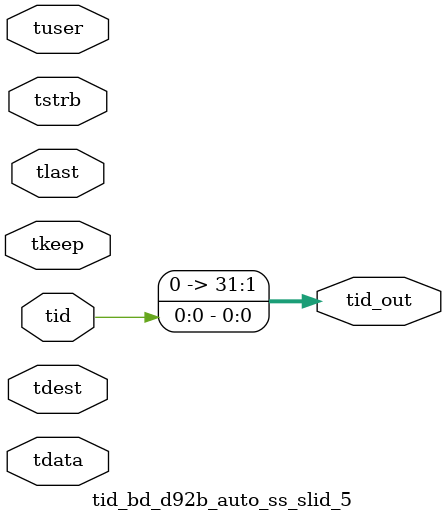
<source format=v>


`timescale 1ps/1ps

module tid_bd_d92b_auto_ss_slid_5 #
(
parameter C_S_AXIS_TID_WIDTH   = 1,
parameter C_S_AXIS_TUSER_WIDTH = 0,
parameter C_S_AXIS_TDATA_WIDTH = 0,
parameter C_S_AXIS_TDEST_WIDTH = 0,
parameter C_M_AXIS_TID_WIDTH   = 32
)
(
input  [(C_S_AXIS_TID_WIDTH   == 0 ? 1 : C_S_AXIS_TID_WIDTH)-1:0       ] tid,
input  [(C_S_AXIS_TDATA_WIDTH == 0 ? 1 : C_S_AXIS_TDATA_WIDTH)-1:0     ] tdata,
input  [(C_S_AXIS_TUSER_WIDTH == 0 ? 1 : C_S_AXIS_TUSER_WIDTH)-1:0     ] tuser,
input  [(C_S_AXIS_TDEST_WIDTH == 0 ? 1 : C_S_AXIS_TDEST_WIDTH)-1:0     ] tdest,
input  [(C_S_AXIS_TDATA_WIDTH/8)-1:0 ] tkeep,
input  [(C_S_AXIS_TDATA_WIDTH/8)-1:0 ] tstrb,
input                                                                    tlast,
output [(C_M_AXIS_TID_WIDTH   == 0 ? 1 : C_M_AXIS_TID_WIDTH)-1:0       ] tid_out
);

assign tid_out = {tid[0:0]};

endmodule


</source>
